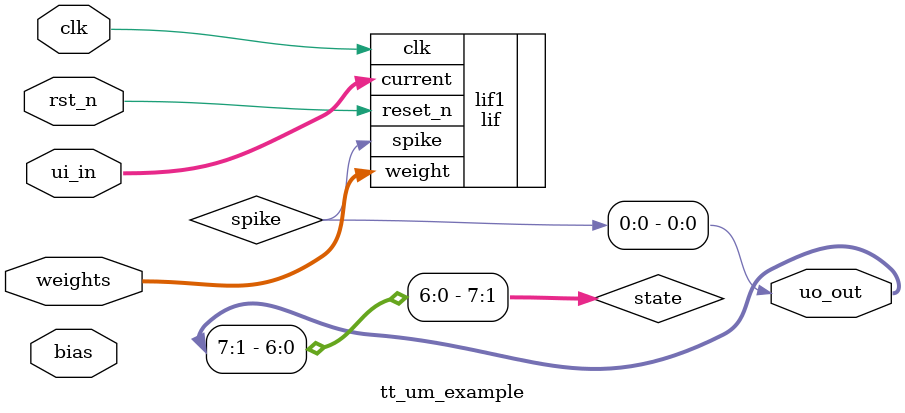
<source format=v>
/*
 * Copyright (c) 2024 Your Name
 * SPDX-License-Identifier: Apache-2.0
 */

`default_nettype none

module tt_um_example (
    input  wire [7:0] ui_in,    // Dedicated inputs (current)
    input  wire [7:0] weights,  // Weight input
    input  wire [7:0] bias,     // Bias input
    output wire [7:0] uo_out,   // Dedicated outputs (state and spike)
    input  wire       clk,      // clock
    input  wire       rst_n     // reset_n - low to reset
);

    wire spike;
    wire [7:0] state;

    // Instantiate the lif module and connect outputs
    lif lif1 (
        .current(ui_in),
        .weight(weights),
        .clk(clk),
        .reset_n(rst_n),
        .spike(spike)           // Spike output
    );

    // Assign the spike to uo_out[0] and optionally state to other bits
    assign uo_out = {state[7:1], spike};  // Place spike in the lowest bit, state in higher bits

endmodule

</source>
